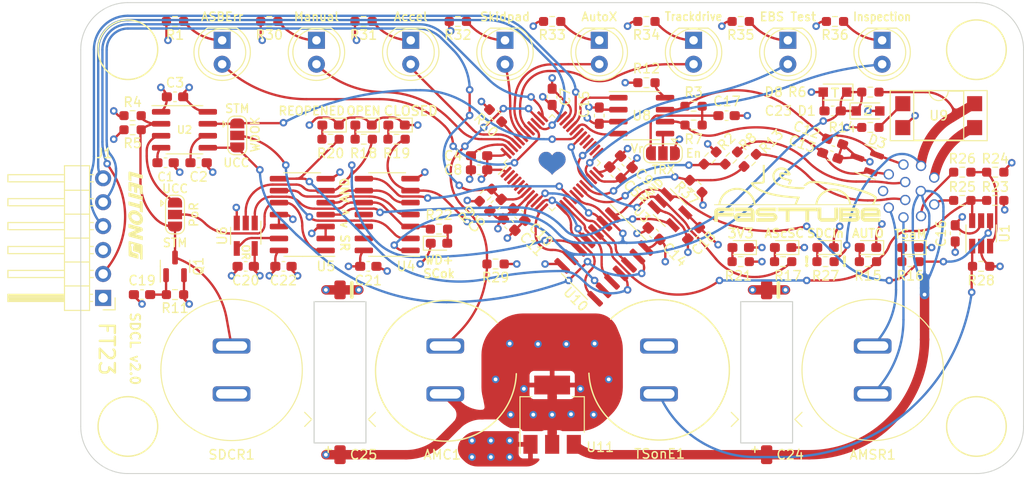
<source format=kicad_pcb>
(kicad_pcb (version 20211014) (generator pcbnew)

  (general
    (thickness 1.6)
  )

  (paper "A4")
  (layers
    (0 "F.Cu" signal)
    (1 "In1.Cu" power "GND.Cu")
    (2 "In2.Cu" power "3V3.Cu")
    (31 "B.Cu" signal)
    (33 "F.Adhes" user "F.Adhesive")
    (35 "F.Paste" user)
    (37 "F.SilkS" user "F.Silkscreen")
    (38 "B.Mask" user)
    (39 "F.Mask" user)
    (40 "Dwgs.User" user "User.Drawings")
    (41 "Cmts.User" user "User.Comments")
    (42 "Eco1.User" user "User.Eco1")
    (43 "Eco2.User" user "User.Eco2")
    (44 "Edge.Cuts" user)
    (45 "Margin" user)
    (46 "B.CrtYd" user "B.Courtyard")
    (47 "F.CrtYd" user "F.Courtyard")
    (49 "F.Fab" user)
  )

  (setup
    (stackup
      (layer "F.SilkS" (type "Top Silk Screen"))
      (layer "F.Paste" (type "Top Solder Paste"))
      (layer "F.Mask" (type "Top Solder Mask") (thickness 0.01))
      (layer "F.Cu" (type "copper") (thickness 0.035))
      (layer "dielectric 1" (type "core") (thickness 0.48) (material "FR4") (epsilon_r 4.5) (loss_tangent 0.02))
      (layer "In1.Cu" (type "copper") (thickness 0.035))
      (layer "dielectric 2" (type "prepreg") (thickness 0.48) (material "FR4") (epsilon_r 4.5) (loss_tangent 0.02))
      (layer "In2.Cu" (type "copper") (thickness 0.035))
      (layer "dielectric 3" (type "core") (thickness 0.48) (material "FR4") (epsilon_r 4.5) (loss_tangent 0.02))
      (layer "B.Cu" (type "copper") (thickness 0.035))
      (layer "B.Mask" (type "Bottom Solder Mask") (thickness 0.01))
      (copper_finish "None")
      (dielectric_constraints no)
    )
    (pad_to_mask_clearance 0)
    (pcbplotparams
      (layerselection 0x00010e0_ffffffff)
      (disableapertmacros false)
      (usegerberextensions false)
      (usegerberattributes true)
      (usegerberadvancedattributes true)
      (creategerberjobfile true)
      (svguseinch false)
      (svgprecision 6)
      (excludeedgelayer true)
      (plotframeref false)
      (viasonmask false)
      (mode 1)
      (useauxorigin false)
      (hpglpennumber 1)
      (hpglpenspeed 20)
      (hpglpendiameter 15.000000)
      (dxfpolygonmode true)
      (dxfimperialunits true)
      (dxfusepcbnewfont true)
      (psnegative false)
      (psa4output false)
      (plotreference true)
      (plotvalue true)
      (plotinvisibletext false)
      (sketchpadsonfab false)
      (subtractmaskfromsilk false)
      (outputformat 1)
      (mirror false)
      (drillshape 0)
      (scaleselection 1)
      (outputdirectory "export/")
    )
  )

  (net 0 "")
  (net 1 "GND")
  (net 2 "NRST")
  (net 3 "+12V")
  (net 4 "AMC")
  (net 5 "TRACESWO")
  (net 6 "SWDIO")
  (net 7 "SWCLK")
  (net 8 "Net-(R12-Pad1)")
  (net 9 "AMSRin")
  (net 10 "AMSRout")
  (net 11 "+3.3V")
  (net 12 "/CAN TRX/CAN_H")
  (net 13 "/CAN TRX/CAN_L")
  (net 14 "Net-(C19-Pad1)")
  (net 15 "/Connections/SDC_in_3V3")
  (net 16 "Net-(D2-Pad1)")
  (net 17 "Net-(D4-Pad2)")
  (net 18 "/Backup AMI/AMI0")
  (net 19 "Net-(D15-Pad1)")
  (net 20 "/Backup AMI/AMI1")
  (net 21 "Net-(D16-Pad1)")
  (net 22 "/Backup AMI/AMI2")
  (net 23 "Net-(D17-Pad1)")
  (net 24 "/Backup AMI/AMI3")
  (net 25 "Net-(D18-Pad1)")
  (net 26 "/Backup AMI/AMI4")
  (net 27 "Net-(D19-Pad1)")
  (net 28 "/Backup AMI/AMI5")
  (net 29 "Net-(D20-Pad1)")
  (net 30 "/Backup AMI/AMI6")
  (net 31 "Net-(J2-Pad1)")
  (net 32 "Net-(J2-Pad9)")
  (net 33 "Net-(R14-Pad2)")
  (net 34 "Net-(D5-Pad2)")
  (net 35 "Net-(D6-Pad2)")
  (net 36 "Net-(D7-Pad2)")
  (net 37 "Net-(D9-Pad2)")
  (net 38 "Net-(D10-Pad2)")
  (net 39 "Net-(D11-Pad2)")
  (net 40 "Net-(D12-Pad2)")
  (net 41 "Net-(D13-Pad2)")
  (net 42 "/Non-Programmable Logic/~{WDO}")
  (net 43 "/Non-Programmable Logic/RP")
  (net 44 "/Non-Programmable Logic/WP")
  (net 45 "/Controller/TS_activate_MUXed")
  (net 46 "/Non-Programmable Logic/close_while_allowed")
  (net 47 "/Non-Programmable Logic/~{reset_all}")
  (net 48 "/Non-Programmable Logic/closing_allowed")
  (net 49 "/Non-Programmable Logic/~{reopen}")
  (net 50 "/Non-Programmable Logic/WD_and_SDCin_ok")
  (net 51 "/Non-Programmable Logic/~{try_close}")
  (net 52 "Net-(J2-Pad11)")
  (net 53 "Net-(J2-Pad12)")
  (net 54 "Net-(JPPoR1-Pad1)")
  (net 55 "/Connections/SDC_out")
  (net 56 "/Connections/SDC_in")
  (net 57 "/Connections/TS_activate_dash")
  (net 58 "/Controller/Watchdog")
  (net 59 "WD_OK")
  (net 60 "/CAN TRX/CAN_TX")
  (net 61 "/CAN TRX/CAN_RX")
  (net 62 "Net-(D14-Pad1)")
  (net 63 "/Connections/ASMS")
  (net 64 "/Buttons/~{SDC_reset}")
  (net 65 "/Controller/AS_close_SDC")
  (net 66 "CLOSED")
  (net 67 "INITIAL_OPEN")
  (net 68 "REOPENED")
  (net 69 "/Buttons/TS_activate_ext")
  (net 70 "/Controller/SDC_is_ready")
  (net 71 "unconnected-(U7-Pad3)")
  (net 72 "unconnected-(U7-Pad4)")
  (net 73 "unconnected-(U7-Pad5)")
  (net 74 "Net-(U10-Pad2)")
  (net 75 "Net-(U10-Pad4)")
  (net 76 "Net-(U10-Pad6)")
  (net 77 "Net-(U10-Pad8)")
  (net 78 "Net-(U10-Pad10)")
  (net 79 "Net-(U10-Pad12)")
  (net 80 "unconnected-(U7-Pad18)")
  (net 81 "unconnected-(U7-Pad25)")
  (net 82 "unconnected-(U7-Pad26)")
  (net 83 "unconnected-(U7-Pad27)")
  (net 84 "unconnected-(U7-Pad28)")
  (net 85 "/CAN TRX/Vref")
  (net 86 "Net-(JP1-Pad2)")
  (net 87 "unconnected-(U4-Pad11)")
  (net 88 "unconnected-(U4-Pad12)")
  (net 89 "unconnected-(U4-Pad13)")
  (net 90 "LV_SENSE_2")
  (net 91 "LV_SENSE_1")
  (net 92 "unconnected-(U7-Pad29)")
  (net 93 "unconnected-(U7-Pad6)")
  (net 94 "/Controller/asb_error")
  (net 95 "Net-(R10-Pad1)")
  (net 96 "unconnected-(U7-Pad2)")

  (footprint "Capacitor_SMD:C_0603_1608Metric_Pad1.08x0.95mm_HandSolder" (layer "F.Cu") (at 109 67))

  (footprint "Capacitor_SMD:C_0603_1608Metric_Pad1.08x0.95mm_HandSolder" (layer "F.Cu") (at 112.5 67))

  (footprint "Capacitor_SMD:C_0603_1608Metric_Pad1.08x0.95mm_HandSolder" (layer "F.Cu") (at 110 60 180))

  (footprint "Capacitor_SMD:C_0603_1608Metric_Pad1.08x0.95mm_HandSolder" (layer "F.Cu") (at 142.25 66.25 180))

  (footprint "Capacitor_SMD:C_0603_1608Metric_Pad1.08x0.95mm_HandSolder" (layer "F.Cu") (at 156.717515 68.06066 -45))

  (footprint "Capacitor_SMD:C_0603_1608Metric_Pad1.08x0.95mm_HandSolder" (layer "F.Cu") (at 144 71.5 -135))

  (footprint "Capacitor_SMD:C_0603_1608Metric_Pad1.08x0.95mm_HandSolder" (layer "F.Cu") (at 150 60 90))

  (footprint "Capacitor_SMD:C_0603_1608Metric_Pad1.08x0.95mm_HandSolder" (layer "F.Cu") (at 142.25 67.75 180))

  (footprint "Capacitor_SMD:C_0603_1608Metric_Pad1.08x0.95mm_HandSolder" (layer "F.Cu") (at 157.867538 66.897577 -45))

  (footprint "Capacitor_SMD:C_0603_1608Metric_Pad1.08x0.95mm_HandSolder" (layer "F.Cu") (at 146.5 72.5 135))

  (footprint "Capacitor_SMD:C_0603_1608Metric_Pad1.08x0.95mm_HandSolder" (layer "F.Cu") (at 145.43934 73.56066 135))

  (footprint "Capacitor_SMD:C_0603_1608Metric_Pad1.08x0.95mm_HandSolder" (layer "F.Cu") (at 180 64.75 -20))

  (footprint "Capacitor_SMD:C_0603_1608Metric_Pad1.08x0.95mm_HandSolder" (layer "F.Cu") (at 179.5 66.25 160))

  (footprint "Package_TO_SOT_SMD:SOT-23-5_HandSoldering" (layer "F.Cu") (at 162.5 72 -45))

  (footprint "Capacitor_SMD:C_0603_1608Metric_Pad1.08x0.95mm_HandSolder" (layer "F.Cu") (at 155 62 90))

  (footprint "Package_TO_SOT_SMD:SOT-23-5_HandSoldering" (layer "F.Cu") (at 117.5 74.75 -90))

  (footprint "Resistor_SMD:R_0603_1608Metric_Pad0.98x0.95mm_HandSolder" (layer "F.Cu") (at 105.5 62))

  (footprint "Resistor_SMD:R_0603_1608Metric_Pad0.98x0.95mm_HandSolder" (layer "F.Cu") (at 105.5 63.5 180))

  (footprint "Resistor_SMD:R_0603_1608Metric_Pad0.98x0.95mm_HandSolder" (layer "F.Cu") (at 183.75 59.5 180))

  (footprint "Resistor_SMD:R_0603_1608Metric_Pad0.98x0.95mm_HandSolder" (layer "F.Cu") (at 142.93934 70.43934 45))

  (footprint "Resistor_SMD:R_0603_1608Metric_Pad0.98x0.95mm_HandSolder" (layer "F.Cu") (at 144 62 135))

  (footprint "Resistor_SMD:R_0603_1608Metric_Pad0.98x0.95mm_HandSolder" (layer "F.Cu") (at 160 58.5 180))

  (footprint "Package_TO_SOT_SMD:SOT-23-6_Handsoldering" (layer "F.Cu") (at 195.5 74.5 90))

  (footprint "Package_SO:SOIC-8_3.9x4.9mm_P1.27mm" (layer "F.Cu") (at 111 63.5))

  (footprint "Package_SO:SOIC-14_3.9x8.7mm_P1.27mm" (layer "F.Cu") (at 132.5 72.5 180))

  (footprint "Package_SO:SOIC-14_3.9x8.7mm_P1.27mm" (layer "F.Cu") (at 123.5 72.503922 180))

  (footprint "Package_QFP:LQFP-48_7x7mm_P0.5mm" (layer "F.Cu") (at 150 67 45))

  (footprint "Package_SO:SOIC-8_3.9x4.9mm_P1.27mm" (layer "F.Cu") (at 159.5 62))

  (footprint "Resistor_SMD:R_0603_1608Metric_Pad0.98x0.95mm_HandSolder" (layer "F.Cu") (at 183.75 63.25))

  (footprint "Package_DIP:DIP-4_W7.62mm_SMDSocket_SmallPads" (layer "F.Cu") (at 191 62))

  (footprint "Capacitor_SMD:C_0603_1608Metric_Pad1.08x0.95mm_HandSolder" (layer "F.Cu") (at 192.75 74.5 90))

  (footprint "Capacitor_SMD:C_0603_1608Metric_Pad1.08x0.95mm_HandSolder" (layer "F.Cu") (at 165 74.5 45))

  (footprint "Capacitor_SMD:C_0603_1608Metric_Pad1.08x0.95mm_HandSolder" (layer "F.Cu") (at 117.5 78))

  (footprint "Capacitor_SMD:C_0603_1608Metric_Pad1.08x0.95mm_HandSolder" (layer "F.Cu") (at 130.5 78 180))

  (footprint "Capacitor_SMD:C_0603_1608Metric_Pad1.08x0.95mm_HandSolder" (layer "F.Cu") (at 121.5 78 180))

  (footprint "Diode_SMD:D_0603_1608Metric_Pad1.05x0.95mm_HandSolder" (layer "F.Cu") (at 183.5 76 180))

  (footprint "Diode_SMD:D_0603_1608Metric_Pad1.05x0.95mm_HandSolder" (layer "F.Cu") (at 188 76 180))

  (footprint "Diode_SMD:D_0603_1608Metric_Pad1.05x0.95mm_HandSolder" (layer "F.Cu") (at 174.5 76 180))

  (footprint "Diode_SMD:D_0603_1608Metric_Pad1.05x0.95mm_HandSolder" (layer "F.Cu") (at 130 63 180))

  (footprint "Diode_SMD:D_0603_1608Metric_Pad1.05x0.95mm_HandSolder" (layer "F.Cu") (at 133.5 63 180))

  (footprint "Diode_SMD:D_0603_1608Metric_Pad1.05x0.95mm_HandSolder" (layer "F.Cu") (at 126.5 63 180))

  (footprint "Diode_SMD:D_0603_1608Metric_Pad1.05x0.95mm_HandSolder" (layer "F.Cu") (at 170 76 180))

  (footprint "Resistor_SMD:R_0603_1608Metric_Pad0.98x0.95mm_HandSolder" (layer "F.Cu") (at 183.5 77.5 180))

  (footprint "Resistor_SMD:R_0603_1608Metric_Pad0.98x0.95mm_HandSolder" (layer "F.Cu") (at 188 77.5))

  (footprint "Diode_SMD:D_0603_1608Metric_Pad1.05x0.95mm_HandSolder" (layer "F.Cu") (at 138 75.545))

  (footprint "Resistor_SMD:R_0603_1608Metric_Pad0.98x0.95mm_HandSolder" (layer "F.Cu") (at 174.5 77.5 180))

  (footprint "Resistor_SMD:R_0603_1608Metric_Pad0.98x0.95mm_HandSolder" (layer "F.Cu") (at 130.016666 64.5 180))

  (footprint "Resistor_SMD:R_0603_1608Metric_Pad0.98x0.95mm_HandSolder" (layer "F.Cu") (at 133.5 64.5 180))

  (footprint "Resistor_SMD:R_0603_1608Metric_Pad0.98x0.95mm_HandSolder" (layer "F.Cu") (at 126.5 64.5 180))

  (footprint "Resistor_SMD:R_0603_1608Metric_Pad0.98x0.95mm_HandSolder" (layer "F.Cu") (at 170 77.5 180))

  (footprint "Resistor_SMD:R_0603_1608Metric_Pad0.98x0.95mm_HandSolder" (layer "F.Cu") (at 138 74.045 180))

  (footprint "Capacitor_SMD:C_0603_1608Metric_Pad1.08x0.95mm_HandSolder" (layer "F.Cu") (at 179.75 61.5))

  (footprint "Diode_SMD:D_SOD-323_HandSoldering" (layer "F.Cu") (at 180 59.5 180))

  (footprint "MountingHole:MountingHole_3.2mm_M3" (layer "F.Cu")
    (tedit 56D1B4CB) (tstamp 00000000-0000-0000-0000-000061bee488)
    (at 105 55 180)
    (descr "Mounting Hole 3.2mm, no annular, M3")
    (tags "mounting hole 3.2mm no annular m3")
    (property "Sheetfile" "connections.kicad_sch")
    (property "Sheetname" "Connections")
    (path "/00000000-0000-0000-0000-000061bba8ea/00000000-0000-0000-0000-000061bd2819")
    (attr exclude_from_pos_files)
    (fp_text reference "H1" (at 0 -4.2) (layer "F.SilkS") hide
      (effects (font (size 1 1) (thickness 0.15)))
      (tstamp 47fadd5d-e63f-4824-9b10-de5d2fb6df9a)
    )
    (fp_text value "MountingHole" (at 0 4.2) (layer "F.Fab")
      (effects (font (size 1 1) (thickness 0.15)))
      (tstamp 1c823e0b-a9cf-4241-96e0-8c775a87c35a)

... [1290566 chars truncated]
</source>
